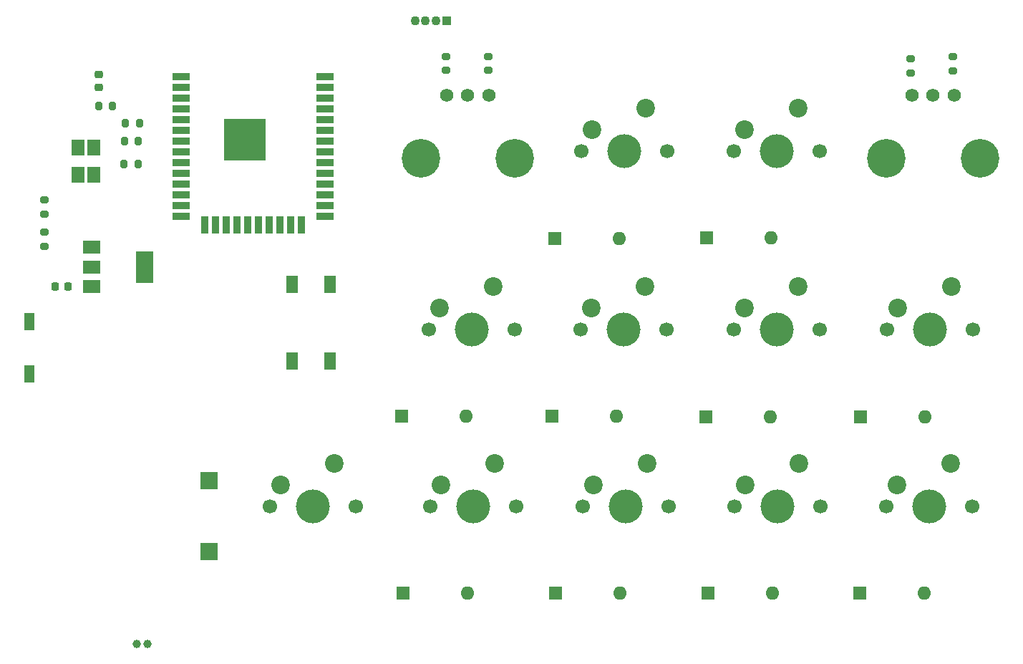
<source format=gbr>
%TF.GenerationSoftware,KiCad,Pcbnew,6.0.2+dfsg-1*%
%TF.CreationDate,2022-07-15T09:18:33-03:00*%
%TF.ProjectId,Nano-keyboard,4e616e6f-2d6b-4657-9962-6f6172642e6b,rev?*%
%TF.SameCoordinates,Original*%
%TF.FileFunction,Soldermask,Top*%
%TF.FilePolarity,Negative*%
%FSLAX46Y46*%
G04 Gerber Fmt 4.6, Leading zero omitted, Abs format (unit mm)*
G04 Created by KiCad (PCBNEW 6.0.2+dfsg-1) date 2022-07-15 09:18:33*
%MOMM*%
%LPD*%
G01*
G04 APERTURE LIST*
G04 Aperture macros list*
%AMRoundRect*
0 Rectangle with rounded corners*
0 $1 Rounding radius*
0 $2 $3 $4 $5 $6 $7 $8 $9 X,Y pos of 4 corners*
0 Add a 4 corners polygon primitive as box body*
4,1,4,$2,$3,$4,$5,$6,$7,$8,$9,$2,$3,0*
0 Add four circle primitives for the rounded corners*
1,1,$1+$1,$2,$3*
1,1,$1+$1,$4,$5*
1,1,$1+$1,$6,$7*
1,1,$1+$1,$8,$9*
0 Add four rect primitives between the rounded corners*
20,1,$1+$1,$2,$3,$4,$5,0*
20,1,$1+$1,$4,$5,$6,$7,0*
20,1,$1+$1,$6,$7,$8,$9,0*
20,1,$1+$1,$8,$9,$2,$3,0*%
G04 Aperture macros list end*
%ADD10R,2.000000X2.000000*%
%ADD11R,1.200000X2.000000*%
%ADD12R,1.600000X1.600000*%
%ADD13O,1.600000X1.600000*%
%ADD14RoundRect,0.225000X0.250000X-0.225000X0.250000X0.225000X-0.250000X0.225000X-0.250000X-0.225000X0*%
%ADD15C,4.000000*%
%ADD16C,1.700000*%
%ADD17C,2.200000*%
%ADD18RoundRect,0.200000X0.275000X-0.200000X0.275000X0.200000X-0.275000X0.200000X-0.275000X-0.200000X0*%
%ADD19RoundRect,0.200000X-0.275000X0.200000X-0.275000X-0.200000X0.275000X-0.200000X0.275000X0.200000X0*%
%ADD20RoundRect,0.200000X0.200000X0.275000X-0.200000X0.275000X-0.200000X-0.275000X0.200000X-0.275000X0*%
%ADD21RoundRect,0.200000X-0.200000X-0.275000X0.200000X-0.275000X0.200000X0.275000X-0.200000X0.275000X0*%
%ADD22R,1.500000X1.900000*%
%ADD23RoundRect,0.225000X0.225000X0.250000X-0.225000X0.250000X-0.225000X-0.250000X0.225000X-0.250000X0*%
%ADD24R,1.100000X1.100000*%
%ADD25C,1.100000*%
%ADD26C,1.575000*%
%ADD27C,4.562000*%
%ADD28R,2.000000X0.900000*%
%ADD29R,0.900000X2.000000*%
%ADD30R,5.000000X5.000000*%
%ADD31C,1.000000*%
%ADD32R,2.000000X1.500000*%
%ADD33R,2.000000X3.800000*%
%ADD34R,1.400000X2.100000*%
G04 APERTURE END LIST*
D10*
%TO.C,U3*%
X89010000Y-120725000D03*
X89010000Y-129175000D03*
D11*
X67760000Y-101945000D03*
X67760000Y-108145000D03*
%TD*%
D12*
%TO.C,D8*%
X166011705Y-113203629D03*
D13*
X173631705Y-113203629D03*
%TD*%
D14*
%TO.C,C1*%
X75946000Y-74265000D03*
X75946000Y-72715000D03*
%TD*%
D15*
%TO.C,B3*%
X156235000Y-123815000D03*
D16*
X151155000Y-123815000D03*
X161315000Y-123815000D03*
D17*
X158775000Y-118735000D03*
X152425000Y-121275000D03*
%TD*%
D18*
%TO.C,R5*%
X117000000Y-72250000D03*
X117000000Y-70600000D03*
%TD*%
D19*
%TO.C,R3*%
X69500000Y-87600000D03*
X69500000Y-89250000D03*
%TD*%
D18*
%TO.C,R4*%
X122000000Y-72250000D03*
X122000000Y-70600000D03*
%TD*%
D20*
%TO.C,R9*%
X80644000Y-80615000D03*
X78994000Y-80615000D03*
%TD*%
D21*
%TO.C,R1*%
X75946000Y-76454000D03*
X77596000Y-76454000D03*
%TD*%
D15*
%TO.C,B2*%
X138235000Y-123815000D03*
D16*
X133155000Y-123815000D03*
X143315000Y-123815000D03*
D17*
X140775000Y-118735000D03*
X134425000Y-121275000D03*
%TD*%
D12*
%TO.C,D7*%
X147801019Y-113203629D03*
D13*
X155421019Y-113203629D03*
%TD*%
D16*
%TO.C,B9*%
X143185000Y-81841000D03*
D15*
X138105000Y-81841000D03*
D16*
X133025000Y-81841000D03*
D17*
X140645000Y-76761000D03*
X134295000Y-79301000D03*
%TD*%
D18*
%TO.C,R6*%
X177000000Y-72325000D03*
X177000000Y-70675000D03*
%TD*%
D22*
%TO.C,LED1*%
X75347000Y-81400000D03*
X75347000Y-84600000D03*
X73497000Y-81400000D03*
X73497000Y-84600000D03*
%TD*%
D23*
%TO.C,C2*%
X72353000Y-97790000D03*
X70803000Y-97790000D03*
%TD*%
D15*
%TO.C,B8*%
X174261019Y-102883629D03*
D16*
X179341019Y-102883629D03*
X169181019Y-102883629D03*
D17*
X176801019Y-97803629D03*
X170451019Y-100343629D03*
%TD*%
D20*
%TO.C,R10*%
X80581000Y-83312000D03*
X78931000Y-83312000D03*
%TD*%
D24*
%TO.C,J1*%
X117111000Y-66368000D03*
D25*
X115861000Y-66368000D03*
X114611000Y-66368000D03*
X113361000Y-66368000D03*
%TD*%
D12*
%TO.C,D1*%
X111985686Y-134025000D03*
D13*
X119605686Y-134025000D03*
%TD*%
D20*
%TO.C,R11*%
X80772000Y-78486000D03*
X79122000Y-78486000D03*
%TD*%
D16*
%TO.C,B7*%
X151065334Y-102883629D03*
X161225334Y-102883629D03*
D15*
X156145334Y-102883629D03*
D17*
X158685334Y-97803629D03*
X152335334Y-100343629D03*
%TD*%
D16*
%TO.C,B4*%
X179275000Y-123815000D03*
X169115000Y-123815000D03*
D15*
X174195000Y-123815000D03*
D17*
X176735000Y-118735000D03*
X170385000Y-121275000D03*
%TD*%
D26*
%TO.C,U5*%
X122105000Y-75185000D03*
X117105000Y-75185000D03*
X119605000Y-75185000D03*
D27*
X125155000Y-82685000D03*
X114055000Y-82685000D03*
%TD*%
D12*
%TO.C,D10*%
X147866704Y-92085000D03*
D13*
X155486704Y-92085000D03*
%TD*%
D12*
%TO.C,D4*%
X165945686Y-134025000D03*
D13*
X173565686Y-134025000D03*
%TD*%
D12*
%TO.C,D3*%
X147996019Y-134025000D03*
D13*
X155616019Y-134025000D03*
%TD*%
D16*
%TO.C,B5*%
X114960000Y-102860000D03*
X125120000Y-102860000D03*
D15*
X120040000Y-102860000D03*
D17*
X122580000Y-97780000D03*
X116230000Y-100320000D03*
%TD*%
D12*
%TO.C,D9*%
X129855686Y-92185000D03*
D13*
X137475686Y-92185000D03*
%TD*%
D12*
%TO.C,D5*%
X111790686Y-113180000D03*
D13*
X119410686Y-113180000D03*
%TD*%
D16*
%TO.C,B0*%
X96155000Y-123815000D03*
D15*
X101235000Y-123815000D03*
D16*
X106315000Y-123815000D03*
D17*
X103775000Y-118735000D03*
X97425000Y-121275000D03*
%TD*%
D28*
%TO.C,U2*%
X85734000Y-72995000D03*
X85734000Y-74265000D03*
X85734000Y-75535000D03*
X85734000Y-76805000D03*
X85734000Y-78075000D03*
X85734000Y-79345000D03*
X85734000Y-80615000D03*
X85734000Y-81885000D03*
X85734000Y-83155000D03*
X85734000Y-84425000D03*
X85734000Y-85695000D03*
X85734000Y-86965000D03*
X85734000Y-88235000D03*
X85734000Y-89505000D03*
D29*
X88519000Y-90505000D03*
X89789000Y-90505000D03*
X91059000Y-90505000D03*
X92329000Y-90505000D03*
X93599000Y-90505000D03*
X94869000Y-90505000D03*
X96139000Y-90505000D03*
X97409000Y-90505000D03*
X98679000Y-90505000D03*
X99949000Y-90505000D03*
D28*
X102734000Y-89505000D03*
X102734000Y-88235000D03*
X102734000Y-86965000D03*
X102734000Y-85695000D03*
X102734000Y-84425000D03*
X102734000Y-83155000D03*
X102734000Y-81885000D03*
X102734000Y-80615000D03*
X102734000Y-79345000D03*
X102734000Y-78075000D03*
X102734000Y-76805000D03*
X102734000Y-75535000D03*
X102734000Y-74265000D03*
X102734000Y-72995000D03*
D30*
X93234000Y-80495000D03*
%TD*%
D16*
%TO.C,B10*%
X161196019Y-81835000D03*
X151036019Y-81835000D03*
D15*
X156116019Y-81835000D03*
D17*
X158656019Y-76755000D03*
X152306019Y-79295000D03*
%TD*%
D26*
%TO.C,U6*%
X177105000Y-75185000D03*
X172105000Y-75185000D03*
X174605000Y-75185000D03*
D27*
X180155000Y-82685000D03*
X169055000Y-82685000D03*
%TD*%
D16*
%TO.C,B1*%
X115155000Y-123815000D03*
X125315000Y-123815000D03*
D15*
X120235000Y-123815000D03*
D17*
X122775000Y-118735000D03*
X116425000Y-121275000D03*
%TD*%
D31*
%TO.C,J2*%
X80486000Y-140068000D03*
X81736000Y-140068000D03*
%TD*%
D12*
%TO.C,D6*%
X129540000Y-113180000D03*
D13*
X137160000Y-113180000D03*
%TD*%
D18*
%TO.C,R7*%
X172000000Y-72575000D03*
X172000000Y-70925000D03*
%TD*%
D32*
%TO.C,U1*%
X75082000Y-93200000D03*
D33*
X81382000Y-95500000D03*
D32*
X75082000Y-95500000D03*
X75082000Y-97800000D03*
%TD*%
D16*
%TO.C,B6*%
X143120000Y-102860000D03*
X132960000Y-102860000D03*
D15*
X138040000Y-102860000D03*
D17*
X140580000Y-97780000D03*
X134230000Y-100320000D03*
%TD*%
D19*
%TO.C,R2*%
X69500000Y-91425000D03*
X69500000Y-93075000D03*
%TD*%
D34*
%TO.C,B11*%
X103342000Y-97558000D03*
X103342000Y-106658000D03*
X98842000Y-97558000D03*
X98842000Y-106658000D03*
%TD*%
D12*
%TO.C,D2*%
X129985686Y-134025000D03*
D13*
X137605686Y-134025000D03*
%TD*%
M02*

</source>
